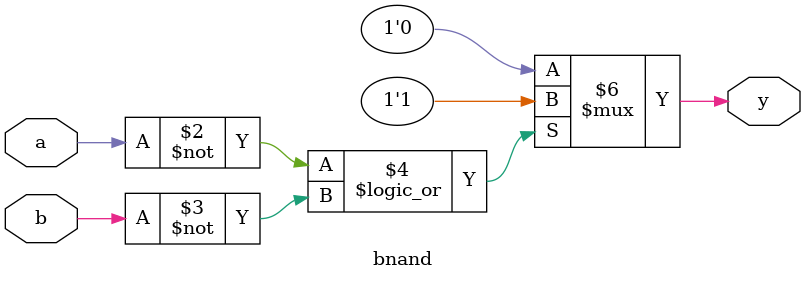
<source format=v>
`timescale 1ns / 1ps
module bnand(
    input a,
    input b,
    output reg y
    );
	 always @ (a or b) begin
	    if (a==1'b0 || b==1'b0) begin 
		      y=1'b1;
			end
			else begin
			   y=1'b0;
			end
	end


endmodule

</source>
